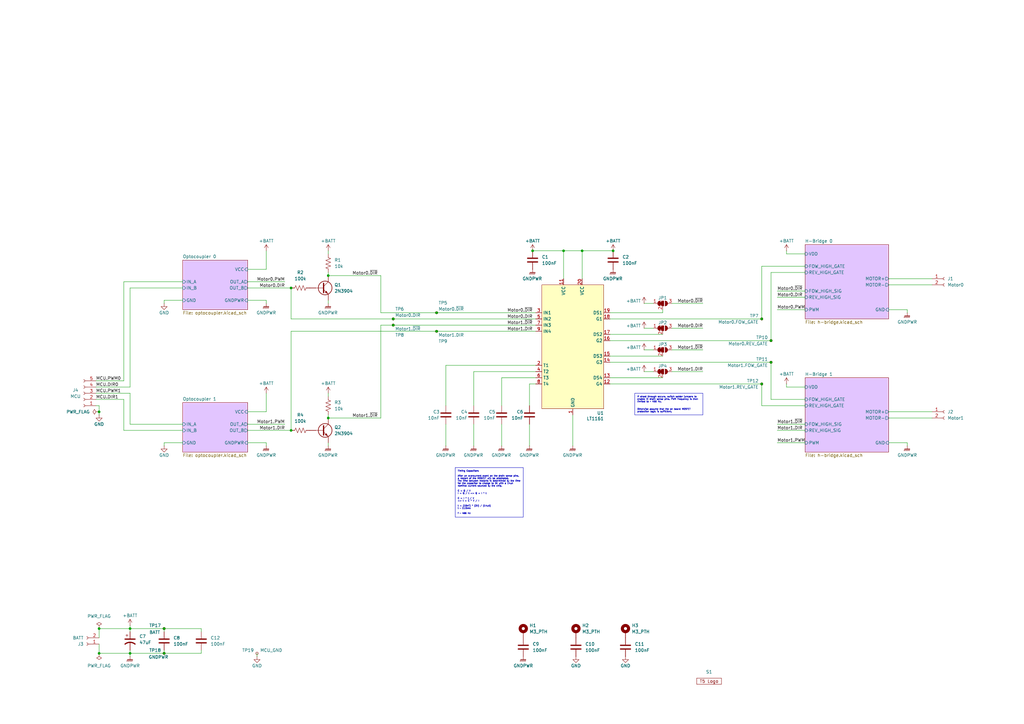
<source format=kicad_sch>
(kicad_sch (version 20250114) (generator "eeschema") (generator_version "9.0")
  (paper "A3")
  (title_block (title "Dual H-Bridge") (date "2025-07-09") (rev "v3.0.0") (company "Team 5") (comment 1 "George Sleen"))
  (lib_symbols
    (symbol "Connector:Conn_01x02_Socket" (pin_names (offset 1.016) (hide yes))
      (property "Reference" "J" (at 0 2.54 0))
      (property "Value" "Conn_01x02_Socket" (at 0 -5.08 0))
      (symbol "Conn_01x02_Socket_1_1"
        (polyline (pts (xy -1.27 0) (xy -0.508 0)) (stroke (width 0.1524)))
        (polyline (pts (xy -1.27 -2.54) (xy -0.508 -2.54)) (stroke (width 0.1524)))
        (arc (start 0 -0.508) (mid -0.5058 0) (end 0 0.508) (stroke (width 0.1524)))
        (arc (start 0 -3.048) (mid -0.5058 -2.54) (end 0 -2.032) (stroke (width 0.1524)))
        (pin passive line (at -5.08 0 0) (length 3.81) (name "Pin_1") (number "1"))
        (pin passive line (at -5.08 -2.54 0) (length 3.81) (name "Pin_2") (number "2"))
      )
    )
    (symbol "Connector:Conn_01x05_Socket" (pin_names (offset 1.016) (hide yes))
      (property "Reference" "J" (at 0 7.62 0))
      (property "Value" "Conn_01x05_Socket" (at 0 -7.62 0))
      (symbol "Conn_01x05_Socket_1_1"
        (polyline (pts (xy -1.27 5.08) (xy -0.508 5.08)) (stroke (width 0.1524)))
        (polyline (pts (xy -1.27 2.54) (xy -0.508 2.54)) (stroke (width 0.1524)))
        (polyline (pts (xy -1.27 0) (xy -0.508 0)) (stroke (width 0.1524)))
        (polyline (pts (xy -1.27 -2.54) (xy -0.508 -2.54)) (stroke (width 0.1524)))
        (polyline (pts (xy -1.27 -5.08) (xy -0.508 -5.08)) (stroke (width 0.1524)))
        (arc (start 0 4.572) (mid -0.5058 5.08) (end 0 5.588) (stroke (width 0.1524)))
        (arc (start 0 2.032) (mid -0.5058 2.54) (end 0 3.048) (stroke (width 0.1524)))
        (arc (start 0 -0.508) (mid -0.5058 0) (end 0 0.508) (stroke (width 0.1524)))
        (arc (start 0 -3.048) (mid -0.5058 -2.54) (end 0 -2.032) (stroke (width 0.1524)))
        (arc (start 0 -5.588) (mid -0.5058 -5.08) (end 0 -4.572) (stroke (width 0.1524)))
        (pin passive line (at -5.08 5.08 0) (length 3.81) (name "Pin_1") (number "1"))
        (pin passive line (at -5.08 2.54 0) (length 3.81) (name "Pin_2") (number "2"))
        (pin passive line (at -5.08 0 0) (length 3.81) (name "Pin_3") (number "3"))
        (pin passive line (at -5.08 -2.54 0) (length 3.81) (name "Pin_4") (number "4"))
        (pin passive line (at -5.08 -5.08 0) (length 3.81) (name "Pin_5") (number "5"))
      )
    )
    (symbol "Connector:TestPoint_Small" (pin_numbers (hide yes)) (pin_names (offset 0.762) (hide yes))
      (property "Reference" "TP" (at 0 3.81 0))
      (property "Value" "TestPoint_Small" (at 0 2.032 0))
      (symbol "TestPoint_Small_0_1"
        (circle (center 0 0) (radius 0.508))
      )
      (symbol "TestPoint_Small_1_1"
        (pin passive line (at 0 0 90) (length 0) (name "1") (number "1"))
      )
    )
    (symbol "Device:C_Polarized_US" (pin_numbers (hide yes)) (pin_names (offset 0.254) (hide yes))
      (property "Reference" "C" (at 0.635 2.54 0))
      (property "Value" "C_Polarized_US" (at 0.635 -2.54 0))
      (symbol "C_Polarized_US_0_1"
        (polyline (pts (xy -2.032 0.762) (xy 2.032 0.762)) (stroke (width 0.508)))
        (polyline (pts (xy -1.778 2.286) (xy -0.762 2.286)))
        (polyline (pts (xy -1.27 1.778) (xy -1.27 2.794)))
        (arc (start -2.032 -1.27) (mid 0 -0.5572) (end 2.032 -1.27) (stroke (width 0.508)))
      )
      (symbol "C_Polarized_US_1_1"
        (pin passive line (at 0 3.81 270) (length 2.794) (name "~") (number "1"))
        (pin passive line (at 0 -3.81 90) (length 3.302) (name "~") (number "2"))
      )
    )
    (symbol "GS_Capacitor_THT:C_THT_100nF" (pin_numbers (hide yes)) (pin_names (offset 0.254))
      (property "Reference" "C" (at 0.635 2.54 0))
      (property "Value" "100nF" (at 0.635 -2.54 0))
      (symbol "C_THT_100nF_0_1"
        (polyline (pts (xy -2.032 0.762) (xy 2.032 0.762)) (stroke (width 0.508)))
        (polyline (pts (xy -2.032 -0.762) (xy 2.032 -0.762)) (stroke (width 0.508)))
      )
      (symbol "C_THT_100nF_1_1"
        (pin passive line (at 0 3.81 270) (length 2.794) (name "~") (number "1"))
        (pin passive line (at 0 -3.81 90) (length 2.794) (name "~") (number "2"))
      )
    )
    (symbol "GS_Gate_Drivers:LT1161"
      (property "Reference" "U" (at 12.7 26.67 0))
      (property "Value" "LT1161" (at -12.7 26.67 0))
      (symbol "LT1161_1_1"
        (rectangle (start -12.7 25.4) (end 12.7 -25.4) (fill (type background)))
        (pin input line (at -15.24 13.97 0) (length 2.54) (name "IN1") (number "3"))
        (pin input line (at -15.24 11.43 0) (length 2.54) (name "IN2") (number "5"))
        (pin input line (at -15.24 8.89 0) (length 2.54) (name "IN3") (number "7"))
        (pin input line (at -15.24 6.35 0) (length 2.54) (name "IN4") (number "9"))
        (pin passive line (at -15.24 -7.62 0) (length 2.54) (name "T1") (number "2"))
        (pin passive line (at -15.24 -10.16 0) (length 2.54) (name "T2") (number "4"))
        (pin passive line (at -15.24 -12.7 0) (length 2.54) (name "T3") (number "6"))
        (pin passive line (at -15.24 -15.24 0) (length 2.54) (name "T4") (number "8"))
        (pin power_in line (at -3.81 27.94 270) (length 2.54) (name "VCC") (number "11"))
        (pin power_in line (at 0 -27.94 90) (length 2.54) (name "GND") (number "1"))
        (pin input line (at 0 -27.94 90) (length 2.54) (hide yes) (name "GND") (number "10"))
        (pin power_in line (at 3.81 27.94 270) (length 2.54) (name "VCC") (number "20"))
        (pin passive line (at 15.24 13.97 180) (length 2.54) (name "DS1") (number "19"))
        (pin output line (at 15.24 11.43 180) (length 2.54) (name "G1") (number "18"))
        (pin passive line (at 15.24 5.08 180) (length 2.54) (name "DS2") (number "17"))
        (pin output line (at 15.24 2.54 180) (length 2.54) (name "G2") (number "16"))
        (pin passive line (at 15.24 -3.81 180) (length 2.54) (name "DS3") (number "15"))
        (pin output line (at 15.24 -6.35 180) (length 2.54) (name "G3") (number "14"))
        (pin passive line (at 15.24 -12.7 180) (length 2.54) (name "DS4") (number "13"))
        (pin output line (at 15.24 -15.24 180) (length 2.54) (name "G4") (number "12"))
      )
    )
    (symbol "GS_Resistor_THT:R_250mW" (pin_numbers (hide yes)) (pin_names (offset 0))
      (property "Reference" "R" (at 2.54 0 90))
      (property "Value" "R_250mW" (at -2.54 0 90))
      (symbol "R_250mW_0_1"
        (polyline (pts (xy 0 2.286) (xy 0 2.54)))
        (polyline (pts (xy 0 2.286) (xy 1.016 1.905) (xy 0 1.524) (xy -1.016 1.143) (xy 0 0.762)))
        (polyline (pts (xy 0 0.762) (xy 1.016 0.381) (xy 0 0) (xy -1.016 -0.381) (xy 0 -0.762)))
        (polyline (pts (xy 0 -0.762) (xy 1.016 -1.143) (xy 0 -1.524) (xy -1.016 -1.905) (xy 0 -2.286)))
        (polyline (pts (xy 0 -2.286) (xy 0 -2.54)))
      )
      (symbol "R_250mW_1_1"
        (pin passive line (at 0 3.81 270) (length 1.27) (name "~") (number "1"))
        (pin passive line (at 0 -3.81 90) (length 1.27) (name "~") (number "2"))
      )
    )
    (symbol "GS_Transistors:BJT_NPN_40V_200mA" (pin_numbers (hide yes)) (pin_names (offset 0) (hide yes))
      (property "Reference" "Q" (at 5.08 1.27 0))
      (property "Value" "2N3904" (at 5.08 -1.27 0))
      (symbol "BJT_NPN_40V_200mA_0_1"
        (polyline (pts (xy -2.54 0) (xy 0.635 0)))
        (polyline (pts (xy 0.635 1.905) (xy 0.635 -1.905)) (stroke (width 0.508)))
        (polyline (pts (xy 0.635 0.635) (xy 2.54 2.54)))
        (polyline (pts (xy 0.635 -0.635) (xy 2.54 -2.54)))
        (circle (center 1.27 0) (radius 2.8194) (stroke (width 0.254)))
        (polyline (pts (xy 1.27 -1.778) (xy 1.778 -1.27) (xy 2.286 -2.286) (xy 1.27 -1.778)) (fill (type outline)))
      )
      (symbol "BJT_NPN_40V_200mA_1_1"
        (pin input line (at -5.08 0 0) (length 2.54) (name "B") (number "2"))
        (pin passive line (at 2.54 5.08 270) (length 2.54) (name "C") (number "3"))
        (pin passive line (at 2.54 -5.08 90) (length 2.54) (name "E") (number "1"))
      )
    )
    (symbol "GS_Virtual:ENPH253_Logo" (in_bom no)
      (property "Reference" "S" (at -5.08 2.54 0))
      (symbol "ENPH253_Logo_0_1"
        (rectangle (start -5.08 1.27) (end 5.08 -1.27))
      )
      (symbol "ENPH253_Logo_1_1"
        (text "T5 Logo" (at 0 0 0) (effects (font (size 1.27 1.27))))
      )
    )
    (symbol "GS_Virtual:SolderJumper_3_Bridged12" (pin_names (offset 0) (hide yes)) (in_bom no)
      (property "Reference" "JP" (at -2.54 -2.54 0))
      (property "Value" "VALUE" (at 0 2.794 0))
      (symbol "SolderJumper_3_Bridged12_0_1"
        (polyline (pts (xy -2.54 0) (xy -2.032 0)))
        (polyline (pts (xy -1.016 1.016) (xy -1.016 -1.016)))
        (rectangle (start -1.016 0.508) (end -0.508 -0.508) (fill (type outline)))
        (arc (start -1.016 -1.016) (mid -2.0276 0) (end -1.016 1.016))
        (arc (start -1.016 -1.016) (mid -2.0276 0) (end -1.016 1.016) (fill (type outline)))
        (rectangle (start -0.508 1.016) (end 0.508 -1.016) (fill (type outline)))
        (polyline (pts (xy 0 -1.27) (xy 0 -1.016)))
        (arc (start 1.016 1.016) (mid 2.0276 0) (end 1.016 -1.016))
        (arc (start 1.016 1.016) (mid 2.0276 0) (end 1.016 -1.016) (fill (type outline)))
        (polyline (pts (xy 1.016 1.016) (xy 1.016 -1.016)))
        (polyline (pts (xy 2.54 0) (xy 2.032 0)))
      )
      (symbol "SolderJumper_3_Bridged12_1_1"
        (pin passive line (at -3.81 0 0) (length 1.27) (name "A") (number "1"))
        (pin passive line (at 0 -2.54 90) (length 1.27) (name "C") (number "2"))
        (pin passive line (at 3.81 0 180) (length 1.27) (name "B") (number "3"))
      )
    )
    (symbol "Mechanical:MountingHole_Pad" (pin_numbers (hide yes)) (pin_names (offset 1.016) (hide yes)) (in_bom no)
      (property "Reference" "H" (at 0 6.35 0))
      (property "Value" "MountingHole_Pad" (at 0 4.445 0))
      (symbol "MountingHole_Pad_0_1"
        (circle (center 0 1.27) (radius 1.27) (stroke (width 1.27)))
      )
      (symbol "MountingHole_Pad_1_1"
        (pin input line (at 0 -2.54 90) (length 2.54) (name "1") (number "1"))
      )
    )
    (symbol "power:+BATT" (power) (pin_numbers (hide yes)) (pin_names (offset 0) (hide yes))
      (property "Value" "+BATT" (at 0 3.556 0))
      (symbol "+BATT_0_1"
        (polyline (pts (xy -0.762 1.27) (xy 0 2.54)))
        (polyline (pts (xy 0 2.54) (xy 0.762 1.27)))
        (polyline (pts (xy 0 0) (xy 0 2.54)))
      )
      (symbol "+BATT_1_1"
        (pin power_in line (at 0 0 90) (length 0) (name "~") (number "1"))
      )
    )
    (symbol "power:GND" (power) (pin_numbers (hide yes)) (pin_names (offset 0) (hide yes))
      (property "Value" "GND" (at 0 -3.81 0))
      (symbol "GND_0_1"
        (polyline (pts (xy 0 0) (xy 0 -1.27) (xy 1.27 -1.27) (xy 0 -2.54) (xy -1.27 -1.27) (xy 0 -1.27)))
      )
      (symbol "GND_1_1"
        (pin power_in line (at 0 0 270) (length 0) (name "~") (number "1"))
      )
    )
    (symbol "power:GNDPWR" (power) (pin_numbers (hide yes)) (pin_names (offset 0) (hide yes))
      (property "Value" "GNDPWR" (at 0 -3.302 0))
      (symbol "GNDPWR_0_1"
        (polyline (pts (xy -1.016 -1.27) (xy -1.27 -2.032) (xy -1.27 -2.032)) (stroke (width 0.2032)))
        (polyline (pts (xy -0.508 -1.27) (xy -0.762 -2.032) (xy -0.762 -2.032)) (stroke (width 0.2032)))
        (polyline (pts (xy 0 -1.27) (xy 0 0)))
        (polyline (pts (xy 0 -1.27) (xy -0.254 -2.032) (xy -0.254 -2.032)) (stroke (width 0.2032)))
        (polyline (pts (xy 0.508 -1.27) (xy 0.254 -2.032) (xy 0.254 -2.032)) (stroke (width 0.2032)))
        (polyline (pts (xy 1.016 -1.27) (xy -1.016 -1.27) (xy -1.016 -1.27)) (stroke (width 0.2032)))
        (polyline (pts (xy 1.016 -1.27) (xy 0.762 -2.032) (xy 0.762 -2.032) (xy 0.762 -2.032)) (stroke (width 0.2032)))
      )
      (symbol "GNDPWR_1_1"
        (pin power_in line (at 0 0 270) (length 0) (name "~") (number "1"))
      )
    )
    (symbol "power:PWR_FLAG" (power) (pin_numbers (hide yes)) (pin_names (offset 0) (hide yes))
      (property "Value" "PWR_FLAG" (at 0 3.81 0))
      (symbol "PWR_FLAG_0_0"
        (pin power_out line (at 0 0 90) (length 0) (name "~") (number "1"))
      )
      (symbol "PWR_FLAG_0_1"
        (polyline (pts (xy 0 0) (xy 0 1.27) (xy -1.016 1.905) (xy 0 2.54) (xy 1.016 1.905) (xy 0 1.27)))
      )
    )
  )
  (text_box "If shoot through occurs, switch solder jumpers to enable IC drain sense pins. PWM frequency is then limited to ~ 450 Hz.\n\n\nOtherwise assume that the on board MOSFET protection logic is sufficient." (at 260.35 161.29 0) (size 27.94 8.89) (margins 0.9525 0.9525 0.9525 0.9525) (effects (font (size 0.635 0.635)) (justify left top)))
  (text_box "Timing Capacitors\n\nAfter an overcurrent event on the drain sense pins, a restart of the MOSFET will be attempted.\nThe time between restarts is determined by the time for the capacitor to charge to 3V with a 14uA nominal current sourced by the chip.\n\nC = Q / V\nI = Q / t => Q = I * t\n\nC = I * t / V \n=> t = C * V / I\n\nt = (10nF) * (3V) / (14uA)\nt ~ 2.15ms\n\nf ~ 466 Hz\n" (at 186.69 191.77 0) (size 27.94 20.32) (margins 0.9525 0.9525 0.9525 0.9525) (effects (font (size 0.635 0.635)) (justify left top)))
  (junction (at 312.42 130.81))
  (junction (at 134.62 113.03))
  (junction (at 312.42 157.48))
  (junction (at 161.29 130.81))
  (junction (at 179.07 128.27))
  (junction (at 119.38 118.11))
  (junction (at 238.76 102.87))
  (junction (at 134.62 171.45))
  (junction (at 40.64 257.81))
  (junction (at 67.31 257.81))
  (junction (at 316.23 148.59))
  (junction (at 119.38 176.53))
  (junction (at 179.07 135.89))
  (junction (at 67.31 267.97))
  (junction (at 53.34 257.81))
  (junction (at 161.29 133.35))
  (junction (at 53.34 267.97))
  (junction (at 218.44 102.87))
  (junction (at 316.23 139.7))
  (junction (at 231.14 102.87))
  (junction (at 251.46 102.87))
  (junction (at 40.64 267.97))
  (junction (at 40.64 168.91))
  (wire (pts (xy 182.88 149.86) (xy 182.88 166.37)))
  (wire (pts (xy 40.64 166.37) (xy 40.64 168.91)))
  (wire (pts (xy 134.62 102.87) (xy 134.62 104.14)))
  (wire (pts (xy 271.78 128.27) (xy 250.19 128.27)))
  (wire (pts (xy 53.34 118.11) (xy 74.93 118.11)))
  (wire (pts (xy 312.42 109.22) (xy 330.2 109.22)))
  (wire (pts (xy 156.21 128.27) (xy 179.07 128.27)))
  (wire (pts (xy 161.29 130.81) (xy 219.71 130.81)))
  (wire (pts (xy 67.31 181.61) (xy 67.31 182.88)))
  (wire (pts (xy 134.62 182.88) (xy 134.62 181.61)))
  (wire (pts (xy 67.31 267.97) (xy 67.31 266.7)))
  (wire (pts (xy 182.88 173.99) (xy 182.88 182.88)))
  (wire (pts (xy 105.41 269.24) (xy 105.41 267.97)))
  (wire (pts (xy 264.16 152.4) (xy 267.97 152.4)))
  (wire (pts (xy 312.42 166.37) (xy 312.42 157.48)))
  (wire (pts (xy 156.21 133.35) (xy 161.29 133.35)))
  (wire (pts (xy 194.31 173.99) (xy 194.31 182.88)))
  (wire (pts (xy 134.62 170.18) (xy 134.62 171.45)))
  (wire (pts (xy 109.22 168.91) (xy 101.6 168.91)))
  (wire (pts (xy 50.8 156.21) (xy 50.8 115.57)))
  (wire (pts (xy 109.22 181.61) (xy 101.6 181.61)))
  (wire (pts (xy 53.34 158.75) (xy 53.34 118.11)))
  (wire (pts (xy 109.22 124.46) (xy 109.22 123.19)))
  (wire (pts (xy 53.34 161.29) (xy 39.37 161.29)))
  (wire (pts (xy 179.07 135.89) (xy 119.38 135.89)))
  (wire (pts (xy 318.77 119.38) (xy 330.2 119.38)))
  (wire (pts (xy 119.38 130.81) (xy 161.29 130.81)))
  (wire (pts (xy 53.34 173.99) (xy 74.93 173.99)))
  (wire (pts (xy 330.2 111.76) (xy 316.23 111.76)))
  (wire (pts (xy 134.62 171.45) (xy 156.21 171.45)))
  (wire (pts (xy 134.62 111.76) (xy 134.62 113.03)))
  (wire (pts (xy 119.38 118.11) (xy 101.6 118.11)))
  (wire (pts (xy 322.58 102.87) (xy 322.58 104.14)))
  (wire (pts (xy 322.58 157.48) (xy 322.58 158.75)))
  (wire (pts (xy 40.64 166.37) (xy 39.37 166.37)))
  (wire (pts (xy 264.16 134.62) (xy 267.97 134.62)))
  (wire (pts (xy 288.29 152.4) (xy 275.59 152.4)))
  (wire (pts (xy 312.42 166.37) (xy 330.2 166.37)))
  (wire (pts (xy 194.31 166.37) (xy 194.31 152.4)))
  (wire (pts (xy 67.31 267.97) (xy 82.55 267.97)))
  (wire (pts (xy 219.71 149.86) (xy 182.88 149.86)))
  (wire (pts (xy 109.22 110.49) (xy 101.6 110.49)))
  (wire (pts (xy 238.76 102.87) (xy 238.76 114.3)))
  (wire (pts (xy 231.14 102.87) (xy 238.76 102.87)))
  (wire (pts (xy 53.34 266.7) (xy 53.34 267.97)))
  (wire (pts (xy 318.77 173.99) (xy 330.2 173.99)))
  (wire (pts (xy 194.31 152.4) (xy 219.71 152.4)))
  (wire (pts (xy 67.31 257.81) (xy 53.34 257.81)))
  (wire (pts (xy 318.77 127) (xy 330.2 127)))
  (wire (pts (xy 312.42 109.22) (xy 312.42 130.81)))
  (wire (pts (xy 53.34 257.81) (xy 40.64 257.81)))
  (wire (pts (xy 364.49 116.84) (xy 382.27 116.84)))
  (wire (pts (xy 219.71 135.89) (xy 179.07 135.89)))
  (wire (pts (xy 322.58 104.14) (xy 330.2 104.14)))
  (wire (pts (xy 156.21 113.03) (xy 156.21 128.27)))
  (wire (pts (xy 39.37 156.21) (xy 50.8 156.21)))
  (wire (pts (xy 372.11 182.88) (xy 372.11 181.61)))
  (wire (pts (xy 101.6 115.57) (xy 116.84 115.57)))
  (wire (pts (xy 67.31 181.61) (xy 74.93 181.61)))
  (wire (pts (xy 250.19 154.94) (xy 271.78 154.94)))
  (wire (pts (xy 53.34 173.99) (xy 53.34 161.29)))
  (wire (pts (xy 109.22 102.87) (xy 109.22 110.49)))
  (wire (pts (xy 372.11 181.61) (xy 364.49 181.61)))
  (wire (pts (xy 372.11 128.27) (xy 372.11 127)))
  (wire (pts (xy 372.11 127) (xy 364.49 127)))
  (wire (pts (xy 53.34 256.54) (xy 53.34 257.81)))
  (wire (pts (xy 40.64 264.16) (xy 40.64 267.97)))
  (wire (pts (xy 217.17 166.37) (xy 217.17 157.48)))
  (wire (pts (xy 53.34 257.81) (xy 53.34 259.08)))
  (wire (pts (xy 316.23 163.83) (xy 330.2 163.83)))
  (wire (pts (xy 288.29 124.46) (xy 275.59 124.46)))
  (wire (pts (xy 134.62 124.46) (xy 134.62 123.19)))
  (wire (pts (xy 134.62 113.03) (xy 156.21 113.03)))
  (wire (pts (xy 50.8 115.57) (xy 74.93 115.57)))
  (wire (pts (xy 322.58 158.75) (xy 330.2 158.75)))
  (wire (pts (xy 67.31 257.81) (xy 67.31 259.08)))
  (wire (pts (xy 109.22 161.29) (xy 109.22 168.91)))
  (wire (pts (xy 67.31 267.97) (xy 53.34 267.97)))
  (wire (pts (xy 156.21 171.45) (xy 156.21 133.35)))
  (wire (pts (xy 316.23 148.59) (xy 316.23 163.83)))
  (wire (pts (xy 364.49 168.91) (xy 382.27 168.91)))
  (wire (pts (xy 318.77 176.53) (xy 330.2 176.53)))
  (wire (pts (xy 288.29 143.51) (xy 275.59 143.51)))
  (wire (pts (xy 50.8 163.83) (xy 39.37 163.83)))
  (wire (pts (xy 40.64 267.97) (xy 53.34 267.97)))
  (wire (pts (xy 217.17 173.99) (xy 217.17 182.88)))
  (wire (pts (xy 231.14 114.3) (xy 231.14 102.87)))
  (wire (pts (xy 205.74 166.37) (xy 205.74 154.94)))
  (wire (pts (xy 264.16 143.51) (xy 267.97 143.51)))
  (wire (pts (xy 179.07 128.27) (xy 219.71 128.27)))
  (wire (pts (xy 238.76 102.87) (xy 251.46 102.87)))
  (wire (pts (xy 119.38 118.11) (xy 119.38 130.81)))
  (wire (pts (xy 205.74 173.99) (xy 205.74 182.88)))
  (wire (pts (xy 53.34 269.24) (xy 53.34 267.97)))
  (wire (pts (xy 250.19 148.59) (xy 316.23 148.59)))
  (wire (pts (xy 250.19 157.48) (xy 312.42 157.48)))
  (wire (pts (xy 217.17 157.48) (xy 219.71 157.48)))
  (wire (pts (xy 109.22 182.88) (xy 109.22 181.61)))
  (wire (pts (xy 101.6 173.99) (xy 116.84 173.99)))
  (wire (pts (xy 161.29 133.35) (xy 219.71 133.35)))
  (wire (pts (xy 134.62 162.56) (xy 134.62 161.29)))
  (wire (pts (xy 50.8 176.53) (xy 74.93 176.53)))
  (wire (pts (xy 318.77 121.92) (xy 330.2 121.92)))
  (wire (pts (xy 364.49 114.3) (xy 382.27 114.3)))
  (wire (pts (xy 82.55 267.97) (xy 82.55 266.7)))
  (wire (pts (xy 205.74 154.94) (xy 219.71 154.94)))
  (wire (pts (xy 50.8 176.53) (xy 50.8 163.83)))
  (wire (pts (xy 109.22 123.19) (xy 101.6 123.19)))
  (wire (pts (xy 119.38 135.89) (xy 119.38 176.53)))
  (wire (pts (xy 40.64 168.91) (xy 40.64 170.18)))
  (wire (pts (xy 67.31 123.19) (xy 74.93 123.19)))
  (wire (pts (xy 67.31 123.19) (xy 67.31 124.46)))
  (wire (pts (xy 231.14 102.87) (xy 218.44 102.87)))
  (wire (pts (xy 271.78 127) (xy 271.78 128.27)))
  (wire (pts (xy 101.6 176.53) (xy 119.38 176.53)))
  (wire (pts (xy 82.55 257.81) (xy 82.55 259.08)))
  (wire (pts (xy 250.19 137.16) (xy 271.78 137.16)))
  (wire (pts (xy 288.29 134.62) (xy 275.59 134.62)))
  (wire (pts (xy 250.19 139.7) (xy 316.23 139.7)))
  (wire (pts (xy 39.37 158.75) (xy 53.34 158.75)))
  (wire (pts (xy 318.77 181.61) (xy 330.2 181.61)))
  (wire (pts (xy 250.19 146.05) (xy 271.78 146.05)))
  (wire (pts (xy 82.55 257.81) (xy 67.31 257.81)))
  (wire (pts (xy 364.49 171.45) (xy 382.27 171.45)))
  (wire (pts (xy 264.16 124.46) (xy 267.97 124.46)))
  (wire (pts (xy 40.64 257.81) (xy 40.64 261.62)))
  (wire (pts (xy 316.23 111.76) (xy 316.23 139.7)))
  (wire (pts (xy 234.95 170.18) (xy 234.95 182.88)))
  (wire (pts (xy 250.19 130.81) (xy 312.42 130.81)))
  (label "Motor1.DIR" (at 318.77 176.53 0))
  (label "Motor0.~{DIR}" (at 318.77 119.38 0))
  (label "Motor1.DIR" (at 116.84 176.53 180))
  (label "Motor1.DIR" (at 288.29 152.4 180))
  (label "Motor0.DIR" (at 116.84 118.11 180))
  (label "Motor1.~{DIR}" (at 218.44 133.35 180))
  (label "Motor0.~{DIR}" (at 288.29 124.46 180))
  (label "Motor1.PWM" (at 318.77 181.61 0))
  (label "MCU.DIR0" (at 39.37 158.75 0))
  (label "MCU.PWM1" (at 39.37 161.29 0))
  (label "Motor0.PWM" (at 318.77 127 0))
  (label "Motor1.~{DIR}" (at 318.77 173.99 0))
  (label "MCU.PWM0" (at 39.37 156.21 0))
  (label "MCU.DIR1" (at 39.37 163.83 0))
  (label "Motor0.DIR" (at 218.44 130.81 180))
  (label "Motor0.DIR" (at 288.29 134.62 180))
  (label "Motor1.~{DIR}" (at 288.29 143.51 180))
  (label "Motor0.DIR" (at 318.77 121.92 0))
  (label "Motor1.~{DIR}" (at 154.94 171.45 180))
  (label "Motor0.PWM" (at 116.84 115.57 180))
  (label "Motor0.~{DIR}" (at 154.94 113.03 180))
  (label "Motor1.PWM" (at 116.84 173.99 180))
  (label "Motor1.DIR" (at 218.44 135.89 180))
  (label "Motor0.~{DIR}" (at 218.44 128.27 180))
  (symbol (lib_id "Connector:TestPoint_Small") (at 67.31 267.97 0) (unit 1) (in_bom no)
    (property "Reference" "TP18" (at 66.04 266.6999 0) (effects (justify right)))
    (property "Value" "GNDPWR" (at 60.96 269.494 0) (effects (justify left)))
    (property "Footprint" "TestPoint:TestPoint_Pad_1.5x1.5mm" (effects (hide yes)))
    (property "Description" "test point" (effects (hide yes)))
  )
  (symbol (lib_id "power:+BATT") (at 322.58 157.48 0) (unit 1)
    (property "Reference" "#PWR016" (effects (hide yes)))
    (property "Value" "+BATT" (at 322.58 153.416 0))
    (property "Description" "Power symbol creates a global label with name \"+BATT\"" (effects (hide yes)))
  )
  (symbol (lib_id "Connector:TestPoint_Small") (at 67.31 257.81 0) (unit 1) (in_bom no)
    (property "Reference" "TP17" (at 66.04 256.5399 0) (effects (justify right)))
    (property "Value" "BATT" (at 61.214 259.334 0) (effects (justify left)))
    (property "Footprint" "TestPoint:TestPoint_Pad_1.5x1.5mm" (effects (hide yes)))
    (property "Description" "test point" (effects (hide yes)))
  )
  (symbol (lib_id "GS_Virtual:SolderJumper_3_Bridged12") (at 271.78 143.51 0) (unit 1) (in_bom no)
    (property "Reference" "JP3" (at 271.78 141.224 0))
    (property "Value" "MOTOR1_FOW" (effects (hide yes)))
    (property "Footprint" "Jumper:SolderJumper-3_P1.3mm_Bridged12_RoundedPad1.0x1.5mm" (effects (hide yes)))
    (property "Description" "3-pole Solder Jumper, pins 1+2 closed/bridged" (effects (hide yes)))
  )
  (symbol (lib_id "Connector:Conn_01x05_Socket") (at 34.29 161.29 180) (unit 1)
    (property "Reference" "J4" (at 30.988 160.02 0))
    (property "Value" "MCU" (at 30.988 162.56 0))
    (property "Footprint" "Connector_JST:JST_XH_B5B-XH-A_1x05_P2.50mm_Vertical" (effects (hide yes)))
    (property "Description" "Generic connector, single row, 01x05, script generated" (effects (hide yes)))
  )
  (symbol (lib_id "power:+BATT") (at 109.22 161.29 0) (mirror y) (unit 1)
    (property "Reference" "#PWR017" (effects (hide yes)))
    (property "Value" "+BATT" (at 109.22 157.226 0))
    (property "Description" "Power symbol creates a global label with name \"+BATT\"" (effects (hide yes)))
  )
  (symbol (lib_id "power:GNDPWR") (at 109.22 182.88 0) (unit 1)
    (property "Reference" "#PWR021" (effects (hide yes)))
    (property "Value" "GNDPWR" (at 109.22 186.69 0))
    (property "Description" "Power symbol creates a global label with name \"GNDPWR\" , global ground" (effects (hide yes)))
  )
  (symbol (lib_id "power:PWR_FLAG") (at 40.64 257.81 0) (unit 1)
    (property "Reference" "#FLG01" (effects (hide yes)))
    (property "Value" "PWR_FLAG" (at 40.64 252.73 0))
    (property "Description" "Special symbol for telling ERC where power comes from" (effects (hide yes)))
  )
  (symbol (lib_id "GS_Capacitor_THT:C_THT_100nF") (at 67.31 262.89 0) (unit 1)
    (property "Reference" "C8" (at 71.12 261.6199 0) (effects (justify left)))
    (property "Value" "100nF" (at 71.12 264.1599 0) (effects (justify left)))
    (property "Footprint" "Capacitor_THT:C_Disc_D3.0mm_W2.0mm_P2.50mm" (effects (hide yes)))
    (property "Description" "100nF Unpolarized Capacitor" (effects (hide yes)))
  )
  (symbol (lib_id "Connector:Conn_01x02_Socket") (at 387.35 114.3 0) (unit 1)
    (property "Reference" "J1" (at 388.62 114.2999 0) (effects (justify left)))
    (property "Value" "Motor0" (at 388.62 116.8399 0) (effects (justify left)))
    (property "Footprint" "GS_Connectors:JST_XH_S2B-XH-A-1_1x02_P2.50mm_Horizontal" (effects (hide yes)))
    (property "Description" "Generic connector, single row, 01x02, script generated" (effects (hide yes)))
  )
  (symbol (lib_id "Connector:Conn_01x02_Socket") (at 35.56 264.16 180) (unit 1)
    (property "Reference" "J3" (at 34.29 264.1601 0) (effects (justify left)))
    (property "Value" "BATT" (at 34.29 261.6201 0) (effects (justify left)))
    (property "Footprint" "Connector_JST:JST_XH_B2B-XH-A_1x02_P2.50mm_Vertical" (effects (hide yes)))
    (property "Description" "Generic connector, single row, 01x02, script generated" (effects (hide yes)))
  )
  (symbol (lib_id "Connector:TestPoint_Small") (at 312.42 130.81 0) (unit 1) (in_bom no)
    (property "Reference" "TP7" (at 311.15 129.5399 0) (effects (justify right)))
    (property "Value" "Motor0.FOW_GATE" (at 311.15 132.0799 0) (effects (justify right)))
    (property "Footprint" "TestPoint:TestPoint_Pad_1.5x1.5mm" (effects (hide yes)))
    (property "Description" "test point" (effects (hide yes)))
  )
  (symbol (lib_id "power:GNDPWR") (at 217.17 182.88 0) (unit 1)
    (property "Reference" "#PWR026" (effects (hide yes)))
    (property "Value" "GNDPWR" (at 217.043 186.69 0))
    (property "Description" "Power symbol creates a global label with name \"GNDPWR\" , global ground" (effects (hide yes)))
  )
  (symbol (lib_id "power:GND") (at 256.54 269.24 0) (unit 1)
    (property "Reference" "#PWR034" (effects (hide yes)))
    (property "Value" "GND" (at 256.54 273.05 0))
    (property "Description" "Power symbol creates a global label with name \"GND\" , ground" (effects (hide yes)))
  )
  (symbol (lib_id "power:GND") (at 105.41 269.24 0) (unit 1)
    (property "Reference" "#PWR031" (effects (hide yes)))
    (property "Value" "GND" (at 105.41 273.05 0))
    (property "Description" "Power symbol creates a global label with name \"GND\" , ground" (effects (hide yes)))
  )
  (symbol (lib_id "GS_Capacitor_THT:C_THT_100nF") (at 236.22 265.43 0) (unit 1)
    (property "Reference" "C10" (at 240.03 264.1599 0) (effects (justify left)))
    (property "Value" "100nF" (at 240.03 266.6999 0) (effects (justify left)))
    (property "Footprint" "Capacitor_THT:C_Disc_D3.0mm_W2.0mm_P2.50mm" (effects (hide yes)))
    (property "Description" "100nF Unpolarized Capacitor" (effects (hide yes)))
  )
  (symbol (lib_id "power:GNDPWR") (at 205.74 182.88 0) (unit 1)
    (property "Reference" "#PWR025" (effects (hide yes)))
    (property "Value" "GNDPWR" (at 205.613 186.69 0))
    (property "Description" "Power symbol creates a global label with name \"GNDPWR\" , global ground" (effects (hide yes)))
  )
  (symbol (lib_id "power:GNDPWR") (at 134.62 182.88 0) (unit 1)
    (property "Reference" "#PWR022" (effects (hide yes)))
    (property "Value" "GNDPWR" (at 134.493 186.69 0))
    (property "Description" "Power symbol creates a global label with name \"GNDPWR\" , global ground" (effects (hide yes)))
  )
  (symbol (lib_id "GS_Resistor_THT:R_250mW") (at 134.62 166.37 0) (unit 1)
    (property "Reference" "R3" (at 137.16 165.0999 0) (effects (justify left)))
    (property "Value" "10k" (at 137.16 167.6399 0) (effects (justify left)))
    (property "Footprint" "Resistor_THT:R_Axial_DIN0309_L9.0mm_D3.2mm_P12.70mm_Horizontal" (effects (hide yes)))
    (property "Description" "Resistor, US symbol" (effects (hide yes)))
  )
  (symbol (lib_id "power:+BATT") (at 264.16 134.62 0) (unit 1)
    (property "Reference" "#PWR013" (effects (hide yes)))
    (property "Value" "+BATT" (at 259.842 133.604 0))
    (property "Description" "Power symbol creates a global label with name \"+BATT\"" (effects (hide yes)))
  )
  (symbol (lib_id "GS_Resistor_THT:R_250mW") (at 123.19 176.53 90) (unit 1)
    (property "Reference" "R4" (at 123.19 170.18 90))
    (property "Value" "100k" (at 123.19 172.72 90))
    (property "Footprint" "Resistor_THT:R_Axial_DIN0309_L9.0mm_D3.2mm_P12.70mm_Horizontal" (effects (hide yes)))
    (property "Description" "Resistor, US symbol" (effects (hide yes)))
  )
  (symbol (lib_id "power:GNDPWR") (at 134.62 124.46 0) (unit 1)
    (property "Reference" "#PWR010" (effects (hide yes)))
    (property "Value" "GNDPWR" (at 134.493 128.27 0))
    (property "Description" "Power symbol creates a global label with name \"GNDPWR\" , global ground" (effects (hide yes)))
  )
  (symbol (lib_id "Connector:TestPoint_Small") (at 161.29 133.35 180) (unit 1) (in_bom no)
    (property "Reference" "TP8" (at 162.052 137.414 0) (effects (justify right)))
    (property "Value" "Motor1.~{DIR}" (at 162.052 134.874 0) (effects (justify right)))
    (property "Footprint" "TestPoint:TestPoint_Pad_1.5x1.5mm" (effects (hide yes)))
    (property "Description" "test point" (effects (hide yes)))
  )
  (symbol (lib_id "power:+BATT") (at 53.34 256.54 0) (mirror y) (unit 1)
    (property "Reference" "#PWR029" (effects (hide yes)))
    (property "Value" "+BATT" (at 53.34 252.476 0))
    (property "Description" "Power symbol creates a global label with name \"+BATT\"" (effects (hide yes)))
  )
  (symbol (lib_id "Mechanical:MountingHole_Pad") (at 236.22 259.08 0) (unit 1) (in_bom no)
    (property "Reference" "H2" (at 238.76 256.5399 0) (effects (justify left)))
    (property "Value" "M3_PTH" (at 238.76 259.0799 0) (effects (justify left)))
    (property "Footprint" "MountingHole:MountingHole_3.2mm_M3_Pad" (effects (hide yes)))
    (property "Description" "Mounting Hole with connection" (effects (hide yes)))
  )
  (symbol (lib_id "GS_Virtual:SolderJumper_3_Bridged12") (at 271.78 152.4 0) (unit 1) (in_bom no)
    (property "Reference" "JP4" (at 271.78 150.114 0))
    (property "Value" "MOTOR1_REV" (effects (hide yes)))
    (property "Footprint" "Jumper:SolderJumper-3_P1.3mm_Bridged12_RoundedPad1.0x1.5mm" (effects (hide yes)))
    (property "Description" "3-pole Solder Jumper, pins 1+2 closed/bridged" (effects (hide yes)))
  )
  (symbol (lib_id "power:+BATT") (at 109.22 102.87 0) (mirror y) (unit 1)
    (property "Reference" "#PWR01" (effects (hide yes)))
    (property "Value" "+BATT" (at 109.22 98.806 0))
    (property "Description" "Power symbol creates a global label with name \"+BATT\"" (effects (hide yes)))
  )
  (symbol (lib_id "GS_Virtual:SolderJumper_3_Bridged12") (at 271.78 134.62 0) (unit 1) (in_bom no)
    (property "Reference" "JP2" (at 271.78 132.334 0))
    (property "Value" "MOTOR0_REV" (effects (hide yes)))
    (property "Footprint" "Jumper:SolderJumper-3_P1.3mm_Bridged12_RoundedPad1.0x1.5mm" (effects (hide yes)))
    (property "Description" "3-pole Solder Jumper, pins 1+2 closed/bridged" (effects (hide yes)))
  )
  (symbol (lib_id "power:+BATT") (at 134.62 102.87 0) (mirror y) (unit 1)
    (property "Reference" "#PWR02" (effects (hide yes)))
    (property "Value" "+BATT" (at 134.62 98.806 0))
    (property "Description" "Power symbol creates a global label with name \"+BATT\"" (effects (hide yes)))
  )
  (symbol (lib_id "power:GND") (at 40.64 170.18 0) (unit 1)
    (property "Reference" "#PWR019" (effects (hide yes)))
    (property "Value" "GND" (at 40.64 173.99 0))
    (property "Description" "Power symbol creates a global label with name \"GND\" , ground" (effects (hide yes)))
  )
  (symbol (lib_id "power:GNDPWR") (at 251.46 110.49 0) (unit 1)
    (property "Reference" "#PWR07" (effects (hide yes)))
    (property "Value" "GNDPWR" (at 251.333 114.3 0))
    (property "Description" "Power symbol creates a global label with name \"GNDPWR\" , global ground" (effects (hide yes)))
  )
  (symbol (lib_id "power:+BATT") (at 264.16 124.46 0) (unit 1)
    (property "Reference" "#PWR011" (effects (hide yes)))
    (property "Value" "+BATT" (at 259.842 123.444 0))
    (property "Description" "Power symbol creates a global label with name \"+BATT\"" (effects (hide yes)))
  )
  (symbol (lib_id "power:GNDPWR") (at 214.63 269.24 0) (unit 1)
    (property "Reference" "#PWR032" (effects (hide yes)))
    (property "Value" "GNDPWR" (at 214.63 273.05 0))
    (property "Description" "Power symbol creates a global label with name \"GNDPWR\" , global ground" (effects (hide yes)))
  )
  (symbol (lib_id "power:GNDPWR") (at 372.11 182.88 0) (unit 1)
    (property "Reference" "#PWR028" (effects (hide yes)))
    (property "Value" "GNDPWR" (at 372.11 186.69 0))
    (property "Description" "Power symbol creates a global label with name \"GNDPWR\" , global ground" (effects (hide yes)))
  )
  (symbol (lib_id "GS_Virtual:SolderJumper_3_Bridged12") (at 271.78 124.46 0) (unit 1) (in_bom no)
    (property "Reference" "JP1" (at 271.78 122.174 0))
    (property "Value" "Motor0_FOW" (effects (hide yes)))
    (property "Footprint" "Jumper:SolderJumper-3_P1.3mm_Bridged12_RoundedPad1.0x1.5mm" (effects (hide yes)))
    (property "Description" "3-pole Solder Jumper, pins 1+2 closed/bridged" (effects (hide yes)))
  )
  (symbol (lib_id "power:GNDPWR") (at 53.34 269.24 0) (unit 1)
    (property "Reference" "#PWR030" (effects (hide yes)))
    (property "Value" "GNDPWR" (at 53.34 273.05 0))
    (property "Description" "Power symbol creates a global label with name \"GNDPWR\" , global ground" (effects (hide yes)))
  )
  (symbol (lib_id "Connector:TestPoint_Small") (at 105.41 267.97 0) (unit 1) (in_bom no)
    (property "Reference" "TP19" (at 104.14 266.6999 0) (effects (justify right)))
    (property "Value" "MCU_GND" (at 106.68 266.7 0) (effects (justify left)))
    (property "Footprint" "TestPoint:TestPoint_Pad_1.5x1.5mm" (effects (hide yes)))
    (property "Description" "test point" (effects (hide yes)))
  )
  (symbol (lib_id "power:+BATT") (at 218.44 102.87 0) (unit 1)
    (property "Reference" "#PWR03" (effects (hide yes)))
    (property "Value" "+BATT" (at 218.44 98.806 0))
    (property "Description" "Power symbol creates a global label with name \"+BATT\"" (effects (hide yes)))
  )
  (symbol (lib_id "power:GNDPWR") (at 372.11 128.27 0) (unit 1)
    (property "Reference" "#PWR012" (effects (hide yes)))
    (property "Value" "GNDPWR" (at 372.11 132.08 0))
    (property "Description" "Power symbol creates a global label with name \"GNDPWR\" , global ground" (effects (hide yes)))
  )
  (symbol (lib_id "power:+BATT") (at 264.16 152.4 0) (unit 1)
    (property "Reference" "#PWR015" (effects (hide yes)))
    (property "Value" "+BATT" (at 259.842 151.384 0))
    (property "Description" "Power symbol creates a global label with name \"+BATT\"" (effects (hide yes)))
  )
  (symbol (lib_id "GS_Capacitor_THT:C_THT_100nF") (at 194.31 170.18 0) (mirror y) (unit 1)
    (property "Reference" "C4" (at 191.77 168.91 0) (effects (justify left)))
    (property "Value" "10nF" (at 191.77 171.45 0) (effects (justify left)))
    (property "Footprint" "Capacitor_THT:C_Disc_D3.0mm_W2.0mm_P2.50mm" (effects (hide yes)))
    (property "Description" "100nF Unpolarized Capacitor" (effects (hide yes)))
  )
  (symbol (lib_id "power:GNDPWR") (at 182.88 182.88 0) (unit 1)
    (property "Reference" "#PWR023" (effects (hide yes)))
    (property "Value" "GNDPWR" (at 182.753 186.69 0))
    (property "Description" "Power symbol creates a global label with name \"GNDPWR\" , global ground" (effects (hide yes)))
  )
  (symbol (lib_id "GS_Transistors:BJT_NPN_40V_200mA") (at 132.08 118.11 0) (unit 1)
    (property "Reference" "Q1" (at 137.16 116.8399 0) (effects (justify left)))
    (property "Value" "2N3904" (at 137.16 119.3799 0) (effects (justify left)))
    (property "Footprint" "Package_TO_SOT_THT:TO-92_Inline" (effects (hide yes)))
    (property "Datasheet" "https://www.onsemi.com/download/data-sheet/pdf/2n3903-d.pdf" (effects (hide yes)))
    (property "Description" "NPN bipolar junction transistor" (effects (hide yes)))
  )
  (symbol (lib_id "GS_Resistor_THT:R_250mW") (at 134.62 107.95 0) (unit 1)
    (property "Reference" "R1" (at 137.16 106.6799 0) (effects (justify left)))
    (property "Value" "10k" (at 137.16 109.2199 0) (effects (justify left)))
    (property "Footprint" "Resistor_THT:R_Axial_DIN0309_L9.0mm_D3.2mm_P12.70mm_Horizontal" (effects (hide yes)))
    (property "Description" "Resistor, US symbol" (effects (hide yes)))
  )
  (symbol (lib_id "power:+BATT") (at 251.46 102.87 0) (unit 1)
    (property "Reference" "#PWR04" (effects (hide yes)))
    (property "Value" "+BATT" (at 251.46 98.806 0))
    (property "Description" "Power symbol creates a global label with name \"+BATT\"" (effects (hide yes)))
  )
  (symbol (lib_id "Mechanical:MountingHole_Pad") (at 256.54 259.08 0) (unit 1) (in_bom no)
    (property "Reference" "H3" (at 259.08 256.5399 0) (effects (justify left)))
    (property "Value" "M3_PTH" (at 259.08 259.0799 0) (effects (justify left)))
    (property "Footprint" "MountingHole:MountingHole_3.2mm_M3_Pad" (effects (hide yes)))
    (property "Description" "Mounting Hole with connection" (effects (hide yes)))
  )
  (symbol (lib_id "power:+BATT") (at 322.58 102.87 0) (unit 1)
    (property "Reference" "#PWR05" (effects (hide yes)))
    (property "Value" "+BATT" (at 322.58 98.806 0))
    (property "Description" "Power symbol creates a global label with name \"+BATT\"" (effects (hide yes)))
  )
  (symbol (lib_id "power:GNDPWR") (at 234.95 182.88 0) (unit 1)
    (property "Reference" "#PWR027" (effects (hide yes)))
    (property "Value" "GNDPWR" (at 234.823 186.69 0))
    (property "Description" "Power symbol creates a global label with name \"GNDPWR\" , global ground" (effects (hide yes)))
  )
  (symbol (lib_id "GS_Resistor_THT:R_250mW") (at 123.19 118.11 90) (unit 1)
    (property "Reference" "R2" (at 123.19 111.76 90))
    (property "Value" "100k" (at 123.19 114.3 90))
    (property "Footprint" "Resistor_THT:R_Axial_DIN0309_L9.0mm_D3.2mm_P12.70mm_Horizontal" (effects (hide yes)))
    (property "Description" "Resistor, US symbol" (effects (hide yes)))
  )
  (symbol (lib_id "Connector:Conn_01x02_Socket") (at 387.35 168.91 0) (unit 1)
    (property "Reference" "J2" (at 388.62 168.9099 0) (effects (justify left)))
    (property "Value" "Motor1" (at 388.62 171.4499 0) (effects (justify left)))
    (property "Footprint" "GS_Connectors:JST_XH_S2B-XH-A-1_1x02_P2.50mm_Horizontal" (effects (hide yes)))
    (property "Description" "Generic connector, single row, 01x02, script generated" (effects (hide yes)))
  )
  (symbol (lib_id "power:GNDPWR") (at 109.22 124.46 0) (unit 1)
    (property "Reference" "#PWR09" (effects (hide yes)))
    (property "Value" "GNDPWR" (at 109.22 128.27 0))
    (property "Description" "Power symbol creates a global label with name \"GNDPWR\" , global ground" (effects (hide yes)))
  )
  (symbol (lib_id "GS_Capacitor_THT:C_THT_100nF") (at 214.63 265.43 0) (unit 1)
    (property "Reference" "C9" (at 218.44 264.1599 0) (effects (justify left)))
    (property "Value" "100nF" (at 218.44 266.6999 0) (effects (justify left)))
    (property "Footprint" "Capacitor_THT:C_Disc_D3.0mm_W2.0mm_P2.50mm" (effects (hide yes)))
    (property "Description" "100nF Unpolarized Capacitor" (effects (hide yes)))
  )
  (symbol (lib_id "Connector:TestPoint_Small") (at 179.07 128.27 0) (mirror y) (unit 1) (in_bom no)
    (property "Reference" "TP5" (at 179.832 124.206 0) (effects (justify right)))
    (property "Value" "Motor0.~{DIR}" (at 179.832 126.746 0) (effects (justify right)))
    (property "Footprint" "TestPoint:TestPoint_Pad_1.5x1.5mm" (effects (hide yes)))
    (property "Description" "test point" (effects (hide yes)))
  )
  (symbol (lib_id "GS_Capacitor_THT:C_THT_100nF") (at 182.88 170.18 0) (mirror y) (unit 1)
    (property "Reference" "C3" (at 180.34 168.91 0) (effects (justify left)))
    (property "Value" "10nF" (at 180.34 171.45 0) (effects (justify left)))
    (property "Footprint" "Capacitor_THT:C_Disc_D3.0mm_W2.0mm_P2.50mm" (effects (hide yes)))
    (property "Description" "100nF Unpolarized Capacitor" (effects (hide yes)))
  )
  (symbol (lib_id "Connector:TestPoint_Small") (at 179.07 135.89 180) (unit 1) (in_bom no)
    (property "Reference" "TP9" (at 179.832 139.954 0) (effects (justify right)))
    (property "Value" "Motor1.DIR" (at 179.832 137.414 0) (effects (justify right)))
    (property "Footprint" "TestPoint:TestPoint_Pad_1.5x1.5mm" (effects (hide yes)))
    (property "Description" "test point" (effects (hide yes)))
  )
  (symbol (lib_id "GS_Gate_Drivers:LT1161") (at 234.95 142.24 0) (unit 1)
    (property "Reference" "U1" (at 247.65 169.418 0) (effects (justify right)))
    (property "Value" "LT1161" (at 247.65 171.704 0) (effects (justify right)))
    (property "Footprint" "Package_DIP:DIP-20_W7.62mm_LongPads" (effects (hide yes)))
    (property "Datasheet" "https://www.analog.com/media/en/technical-documentation/data-sheets/1161fa.pdf" (effects (hide yes)))
    (property "Description" "8-48V Quad Protected High-Side MOSFET Driver" (effects (hide yes)))
  )
  (symbol (lib_id "Device:C_Polarized_US") (at 53.34 262.89 0) (unit 1)
    (property "Reference" "C7" (at 57.15 260.9849 0) (effects (justify left)))
    (property "Value" "47uF" (at 57.15 263.5249 0) (effects (justify left)))
    (property "Footprint" "Capacitor_THT:CP_Radial_D5.0mm_P2.00mm" (effects (hide yes)))
    (property "Description" "Polarized capacitor, US symbol" (effects (hide yes)))
  )
  (symbol (lib_id "power:GND") (at 67.31 182.88 0) (unit 1)
    (property "Reference" "#PWR020" (effects (hide yes)))
    (property "Value" "GND" (at 67.31 186.69 0))
    (property "Description" "Power symbol creates a global label with name \"GND\" , ground" (effects (hide yes)))
  )
  (symbol (lib_id "power:PWR_FLAG") (at 40.64 267.97 180) (unit 1)
    (property "Reference" "#FLG02" (effects (hide yes)))
    (property "Value" "PWR_FLAG" (at 40.64 273.05 0))
    (property "Description" "Special symbol for telling ERC where power comes from" (effects (hide yes)))
  )
  (symbol (lib_id "power:PWR_FLAG") (at 40.64 168.91 90) (unit 1)
    (property "Reference" "#FLG03" (effects (hide yes)))
    (property "Value" "PWR_FLAG" (at 36.83 168.9099 90) (effects (justify left)))
    (property "Description" "Special symbol for telling ERC where power comes from" (effects (hide yes)))
  )
  (symbol (lib_id "power:GNDPWR") (at 218.44 110.49 0) (unit 1)
    (property "Reference" "#PWR06" (effects (hide yes)))
    (property "Value" "GNDPWR" (at 218.313 114.3 0))
    (property "Description" "Power symbol creates a global label with name \"GNDPWR\" , global ground" (effects (hide yes)))
  )
  (symbol (lib_id "Connector:TestPoint_Small") (at 161.29 130.81 0) (mirror y) (unit 1) (in_bom no)
    (property "Reference" "TP6" (at 162.052 126.746 0) (effects (justify right)))
    (property "Value" "Motor0.DIR" (at 162.052 129.286 0) (effects (justify right)))
    (property "Footprint" "TestPoint:TestPoint_Pad_1.5x1.5mm" (effects (hide yes)))
    (property "Description" "test point" (effects (hide yes)))
  )
  (symbol (lib_id "Connector:TestPoint_Small") (at 316.23 139.7 0) (unit 1) (in_bom no)
    (property "Reference" "TP10" (at 314.96 138.4299 0) (effects (justify right)))
    (property "Value" "Motor0.REV_GATE" (at 314.96 140.9699 0) (effects (justify right)))
    (property "Footprint" "TestPoint:TestPoint_Pad_1.5x1.5mm" (effects (hide yes)))
    (property "Description" "test point" (effects (hide yes)))
  )
  (symbol (lib_id "power:GND") (at 67.31 124.46 0) (unit 1)
    (property "Reference" "#PWR08" (effects (hide yes)))
    (property "Value" "GND" (at 67.31 128.27 0))
    (property "Description" "Power symbol creates a global label with name \"GND\" , ground" (effects (hide yes)))
  )
  (symbol (lib_id "GS_Capacitor_THT:C_THT_100nF") (at 217.17 170.18 0) (mirror y) (unit 1)
    (property "Reference" "C6" (at 214.63 168.91 0) (effects (justify left)))
    (property "Value" "10nF" (at 214.63 171.45 0) (effects (justify left)))
    (property "Footprint" "Capacitor_THT:C_Disc_D3.0mm_W2.0mm_P2.50mm" (effects (hide yes)))
    (property "Description" "100nF Unpolarized Capacitor" (effects (hide yes)))
  )
  (symbol (lib_id "GS_Capacitor_THT:C_THT_100nF") (at 205.74 170.18 0) (mirror y) (unit 1)
    (property "Reference" "C5" (at 203.2 168.91 0) (effects (justify left)))
    (property "Value" "10nF" (at 203.2 171.45 0) (effects (justify left)))
    (property "Footprint" "Capacitor_THT:C_Disc_D3.0mm_W2.0mm_P2.50mm" (effects (hide yes)))
    (property "Description" "100nF Unpolarized Capacitor" (effects (hide yes)))
  )
  (symbol (lib_id "power:+BATT") (at 134.62 161.29 0) (mirror y) (unit 1)
    (property "Reference" "#PWR018" (effects (hide yes)))
    (property "Value" "+BATT" (at 134.62 157.226 0))
    (property "Description" "Power symbol creates a global label with name \"+BATT\"" (effects (hide yes)))
  )
  (symbol (lib_id "Connector:TestPoint_Small") (at 312.42 157.48 0) (unit 1) (in_bom no)
    (property "Reference" "TP12" (at 311.15 156.2099 0) (effects (justify right)))
    (property "Value" "Motor1.REV_GATE" (at 311.15 158.7499 0) (effects (justify right)))
    (property "Footprint" "TestPoint:TestPoint_Pad_1.5x1.5mm" (effects (hide yes)))
    (property "Description" "test point" (effects (hide yes)))
  )
  (symbol (lib_id "GS_Capacitor_THT:C_THT_100nF") (at 218.44 106.68 0) (unit 1)
    (property "Reference" "C1" (at 222.25 105.4099 0) (effects (justify left)))
    (property "Value" "100nF" (at 222.25 107.9499 0) (effects (justify left)))
    (property "Footprint" "Capacitor_THT:C_Disc_D3.0mm_W2.0mm_P2.50mm" (effects (hide yes)))
    (property "Description" "100nF Unpolarized Capacitor" (effects (hide yes)))
  )
  (symbol (lib_id "power:GND") (at 236.22 269.24 0) (unit 1)
    (property "Reference" "#PWR033" (effects (hide yes)))
    (property "Value" "GND" (at 236.22 273.05 0))
    (property "Description" "Power symbol creates a global label with name \"GND\" , ground" (effects (hide yes)))
  )
  (symbol (lib_id "GS_Transistors:BJT_NPN_40V_200mA") (at 132.08 176.53 0) (unit 1)
    (property "Reference" "Q2" (at 137.16 175.2599 0) (effects (justify left)))
    (property "Value" "2N3904" (at 137.16 177.7999 0) (effects (justify left)))
    (property "Footprint" "Package_TO_SOT_THT:TO-92_Inline" (effects (hide yes)))
    (property "Datasheet" "https://www.onsemi.com/download/data-sheet/pdf/2n3903-d.pdf" (effects (hide yes)))
    (property "Description" "NPN bipolar junction transistor" (effects (hide yes)))
  )
  (symbol (lib_id "power:GNDPWR") (at 194.31 182.88 0) (unit 1)
    (property "Reference" "#PWR024" (effects (hide yes)))
    (property "Value" "GNDPWR" (at 194.183 186.69 0))
    (property "Description" "Power symbol creates a global label with name \"GNDPWR\" , global ground" (effects (hide yes)))
  )
  (symbol (lib_id "GS_Capacitor_THT:C_THT_100nF") (at 251.46 106.68 0) (unit 1)
    (property "Reference" "C2" (at 255.27 105.4099 0) (effects (justify left)))
    (property "Value" "100nF" (at 255.27 107.9499 0) (effects (justify left)))
    (property "Footprint" "Capacitor_THT:C_Disc_D3.0mm_W2.0mm_P2.50mm" (effects (hide yes)))
    (property "Description" "100nF Unpolarized Capacitor" (effects (hide yes)))
  )
  (symbol (lib_id "GS_Virtual:ENPH253_Logo") (at 290.83 279.4 0) (unit 1) (in_bom no)
    (property "Reference" "S1" (at 290.83 275.59 0))
    (property "Value" "Logo" (effects (hide yes)))
    (property "Footprint" "GS_Virtual:ENPH253_Logo_Small" (effects (hide yes)))
    (property "Description" "ENPH 253 Team Logo" (effects (hide yes)))
  )
  (symbol (lib_id "GS_Capacitor_THT:C_THT_100nF") (at 256.54 265.43 0) (unit 1)
    (property "Reference" "C11" (at 260.35 264.1599 0) (effects (justify left)))
    (property "Value" "100nF" (at 260.35 266.6999 0) (effects (justify left)))
    (property "Footprint" "Capacitor_THT:C_Disc_D3.0mm_W2.0mm_P2.50mm" (effects (hide yes)))
    (property "Description" "100nF Unpolarized Capacitor" (effects (hide yes)))
  )
  (symbol (lib_id "GS_Capacitor_THT:C_THT_100nF") (at 82.55 262.89 0) (unit 1)
    (property "Reference" "C12" (at 86.36 261.6199 0) (effects (justify left)))
    (property "Value" "100nF" (at 86.36 264.1599 0) (effects (justify left)))
    (property "Footprint" "Capacitor_THT:C_Disc_D3.0mm_W2.0mm_P2.50mm" (effects (hide yes)))
    (property "Description" "100nF Unpolarized Capacitor" (effects (hide yes)))
  )
  (symbol (lib_id "Mechanical:MountingHole_Pad") (at 214.63 259.08 0) (unit 1) (in_bom no)
    (property "Reference" "H1" (at 217.17 256.5399 0) (effects (justify left)))
    (property "Value" "M3_PTH" (at 217.17 259.0799 0) (effects (justify left)))
    (property "Footprint" "MountingHole:MountingHole_3.2mm_M3_Pad" (effects (hide yes)))
    (property "Description" "Mounting Hole with connection" (effects (hide yes)))
  )
  (symbol (lib_id "Connector:TestPoint_Small") (at 316.23 148.59 0) (unit 1) (in_bom no)
    (property "Reference" "TP11" (at 314.96 147.3199 0) (effects (justify right)))
    (property "Value" "Motor1.FOW_GATE" (at 314.96 149.8599 0) (effects (justify right)))
    (property "Footprint" "TestPoint:TestPoint_Pad_1.5x1.5mm" (effects (hide yes)))
    (property "Description" "test point" (effects (hide yes)))
  )
  (symbol (lib_id "power:+BATT") (at 264.16 143.51 0) (unit 1)
    (property "Reference" "#PWR014" (effects (hide yes)))
    (property "Value" "+BATT" (at 259.842 142.494 0))
    (property "Description" "Power symbol creates a global label with name \"+BATT\"" (effects (hide yes)))
  )
  (sheet (at 330.2 154.94) (size 34.29 30.48) (stroke (width 0.1524)) (fill (color 226 197 255 1.0000))
    (property "Sheetname" "H-Bridge 1" (at 330.2 154.2284 0) (effects (justify left bottom)))
    (property "Sheetfile" "h-bridge.kicad_sch" (at 330.2 186.0046 0) (effects (justify left top)))
    (pin "FOW_HIGH_GATE" input (at 330.2 163.83 180))
    (pin "FOW_HIGH_SIG" input (at 330.2 173.99 180))
    (pin "MOTOR+" output (at 364.49 168.91 0))
    (pin "MOTOR-" output (at 364.49 171.45 0))
    (pin "PWM" input (at 330.2 181.61 180))
    (pin "REV_HIGH_GATE" input (at 330.2 166.37 180))
    (pin "REV_HIGH_SIG" input (at 330.2 176.53 180))
    (pin "VDD" input (at 330.2 158.75 180))
    (pin "GND" input (at 364.49 181.61 0))
  )
  (sheet (at 330.2 100.33) (size 34.29 30.48) (stroke (width 0.1524)) (fill (color 226 197 255 1.0000))
    (property "Sheetname" "H-Bridge 0" (at 330.2 99.6184 0) (effects (justify left bottom)))
    (property "Sheetfile" "h-bridge.kicad_sch" (at 330.2 131.3946 0) (effects (justify left top)))
    (pin "FOW_HIGH_GATE" input (at 330.2 109.22 180))
    (pin "FOW_HIGH_SIG" input (at 330.2 119.38 180))
    (pin "MOTOR+" output (at 364.49 114.3 0))
    (pin "MOTOR-" output (at 364.49 116.84 0))
    (pin "PWM" input (at 330.2 127 180))
    (pin "REV_HIGH_GATE" input (at 330.2 111.76 180))
    (pin "REV_HIGH_SIG" input (at 330.2 121.92 180))
    (pin "VDD" input (at 330.2 104.14 180))
    (pin "GND" input (at 364.49 127 0))
  )
  (sheet (at 74.93 165.1) (size 26.67 20.32) (stroke (width 0.1524)) (fill (color 226 197 255 1.0000))
    (property "Sheetname" "Optocoupler 1" (at 74.93 164.3884 0) (effects (justify left bottom)))
    (property "Sheetfile" "optocoupler.kicad_sch" (at 74.93 186.0046 0) (effects (justify left top)))
    (pin "GND" input (at 74.93 181.61 180))
    (pin "GNDPWR" input (at 101.6 181.61 0))
    (pin "IN_A" input (at 74.93 173.99 180))
    (pin "IN_B" input (at 74.93 176.53 180))
    (pin "OUT_A" output (at 101.6 173.99 0))
    (pin "OUT_B" output (at 101.6 176.53 0))
    (pin "VCC" input (at 101.6 168.91 0))
  )
  (sheet (at 74.93 106.68) (size 26.67 20.32) (stroke (width 0.1524)) (fill (color 226 197 255 1.0000))
    (property "Sheetname" "Optocoupler 0" (at 74.93 105.9684 0) (effects (justify left bottom)))
    (property "Sheetfile" "optocoupler.kicad_sch" (at 74.93 127.5846 0) (effects (justify left top)))
    (pin "GND" input (at 74.93 123.19 180))
    (pin "GNDPWR" input (at 101.6 123.19 0))
    (pin "IN_A" input (at 74.93 115.57 180))
    (pin "IN_B" input (at 74.93 118.11 180))
    (pin "OUT_A" output (at 101.6 115.57 0))
    (pin "OUT_B" output (at 101.6 118.11 0))
    (pin "VCC" input (at 101.6 110.49 0))
  )
)
</source>
